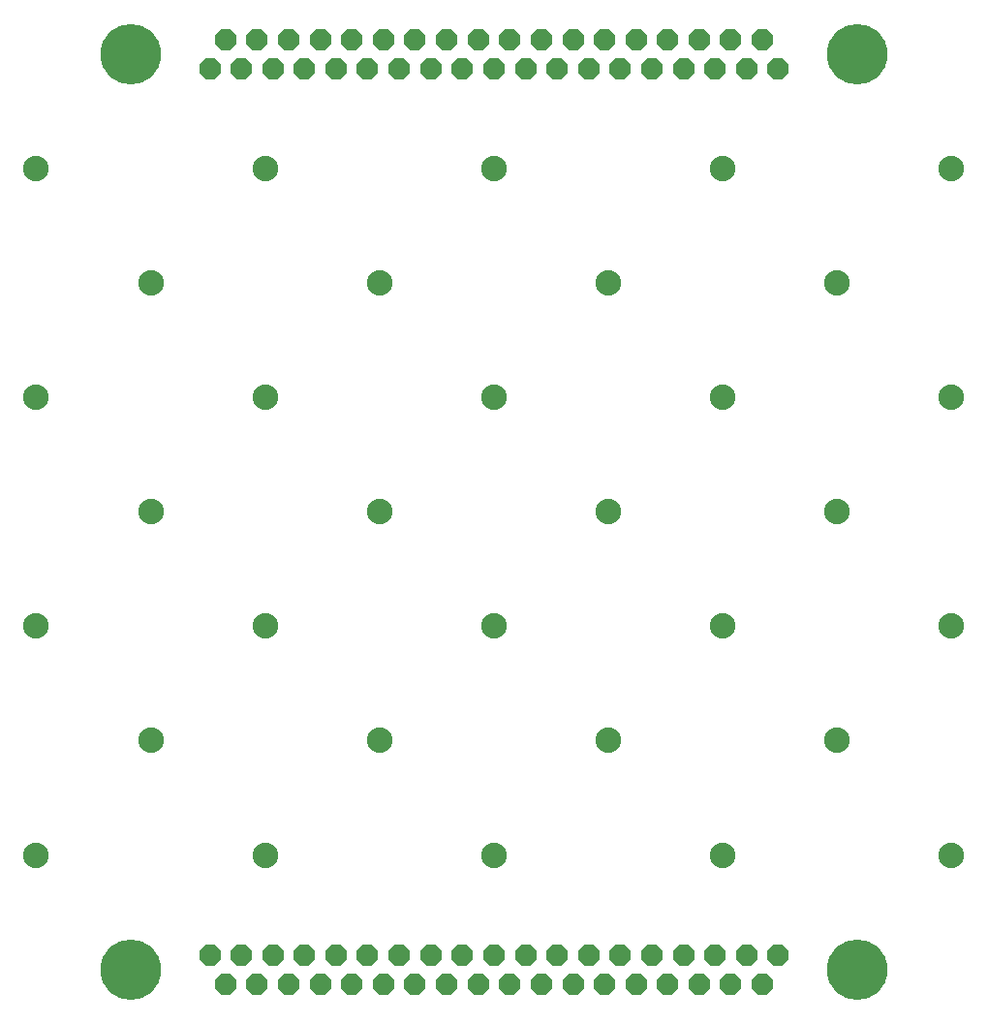
<source format=gbr>
G04 EAGLE Gerber RS-274X export*
G75*
%MOMM*%
%FSLAX34Y34*%
%LPD*%
%INSoldermask Top*%
%IPPOS*%
%AMOC8*
5,1,8,0,0,1.08239X$1,22.5*%
G01*
%ADD10P,1.979475X8X22.500000*%
%ADD11C,5.283200*%
%ADD12C,2.235200*%


D10*
X248412Y-487300D03*
X220726Y-487300D03*
X193294Y-487300D03*
X165608Y-487300D03*
X137922Y-487300D03*
X110490Y-487300D03*
X82804Y-487300D03*
X55118Y-487300D03*
X27686Y-487300D03*
X0Y-487300D03*
X-27686Y-487300D03*
X-55118Y-487300D03*
X-82804Y-487300D03*
X234696Y-512700D03*
X207010Y-512700D03*
X179324Y-512700D03*
X151892Y-512700D03*
X124206Y-512700D03*
X96520Y-512700D03*
X69088Y-512700D03*
X41402Y-512700D03*
X13716Y-512700D03*
X-13716Y-512700D03*
X-41402Y-512700D03*
X-69088Y-512700D03*
X-110490Y-487300D03*
X-138176Y-487300D03*
X-165608Y-487300D03*
X-193294Y-487300D03*
X-96520Y-512700D03*
X-124206Y-512700D03*
X-151892Y-512700D03*
X-179578Y-512700D03*
X-220980Y-487300D03*
X-248412Y-487300D03*
X-207010Y-512700D03*
X-234696Y-512700D03*
D11*
X-317500Y-500000D03*
X317500Y-500000D03*
D10*
X-248412Y287300D03*
X-220726Y287300D03*
X-193294Y287300D03*
X-165608Y287300D03*
X-137922Y287300D03*
X-110490Y287300D03*
X-82804Y287300D03*
X-55118Y287300D03*
X-27686Y287300D03*
X0Y287300D03*
X27686Y287300D03*
X55118Y287300D03*
X82804Y287300D03*
X-234696Y312700D03*
X-207010Y312700D03*
X-179324Y312700D03*
X-151892Y312700D03*
X-124206Y312700D03*
X-96520Y312700D03*
X-69088Y312700D03*
X-41402Y312700D03*
X-13716Y312700D03*
X13716Y312700D03*
X41402Y312700D03*
X69088Y312700D03*
X110490Y287300D03*
X138176Y287300D03*
X165608Y287300D03*
X193294Y287300D03*
X96774Y312700D03*
X124206Y312700D03*
X151892Y312700D03*
X179578Y312700D03*
X220980Y287300D03*
X248412Y287300D03*
X207010Y312700D03*
X234696Y312700D03*
D11*
X-317500Y300000D03*
X317500Y300000D03*
D12*
X-400000Y200000D03*
X-300000Y100000D03*
X-200000Y200000D03*
X-100000Y100000D03*
X0Y200000D03*
X100000Y100000D03*
X200000Y200000D03*
X300000Y100000D03*
X400000Y200000D03*
X-400000Y0D03*
X-300000Y-100000D03*
X-200000Y0D03*
X-100000Y-100000D03*
X0Y0D03*
X100000Y-100000D03*
X200000Y0D03*
X300000Y-100000D03*
X400000Y0D03*
X-400000Y-200000D03*
X-300000Y-300000D03*
X-200000Y-200000D03*
X-100000Y-300000D03*
X0Y-200000D03*
X100000Y-300000D03*
X200000Y-200000D03*
X300000Y-300000D03*
X400000Y-200000D03*
X-400000Y-400000D03*
X-200000Y-400000D03*
X0Y-400000D03*
X200000Y-400000D03*
X400000Y-400000D03*
M02*

</source>
